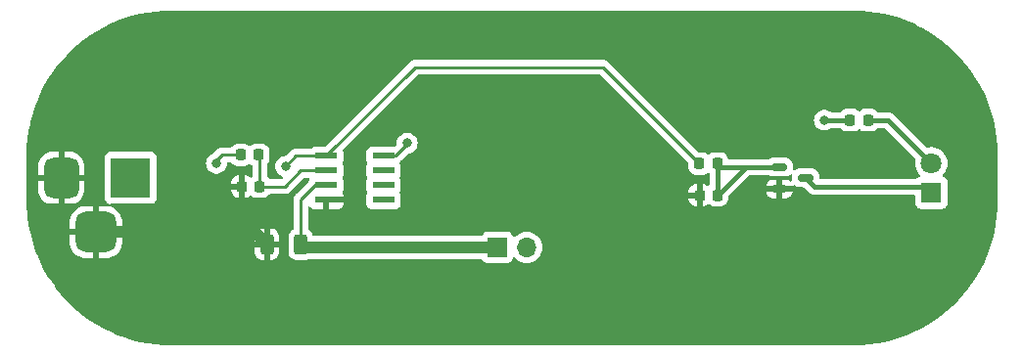
<source format=gbr>
%TF.GenerationSoftware,KiCad,Pcbnew,7.0.10*%
%TF.CreationDate,2024-11-23T20:35:20-08:00*%
%TF.ProjectId,charging-base rev1,63686172-6769-46e6-972d-626173652072,rev?*%
%TF.SameCoordinates,Original*%
%TF.FileFunction,Copper,L1,Top*%
%TF.FilePolarity,Positive*%
%FSLAX46Y46*%
G04 Gerber Fmt 4.6, Leading zero omitted, Abs format (unit mm)*
G04 Created by KiCad (PCBNEW 7.0.10) date 2024-11-23 20:35:20*
%MOMM*%
%LPD*%
G01*
G04 APERTURE LIST*
G04 Aperture macros list*
%AMRoundRect*
0 Rectangle with rounded corners*
0 $1 Rounding radius*
0 $2 $3 $4 $5 $6 $7 $8 $9 X,Y pos of 4 corners*
0 Add a 4 corners polygon primitive as box body*
4,1,4,$2,$3,$4,$5,$6,$7,$8,$9,$2,$3,0*
0 Add four circle primitives for the rounded corners*
1,1,$1+$1,$2,$3*
1,1,$1+$1,$4,$5*
1,1,$1+$1,$6,$7*
1,1,$1+$1,$8,$9*
0 Add four rect primitives between the rounded corners*
20,1,$1+$1,$2,$3,$4,$5,0*
20,1,$1+$1,$4,$5,$6,$7,0*
20,1,$1+$1,$6,$7,$8,$9,0*
20,1,$1+$1,$8,$9,$2,$3,0*%
G04 Aperture macros list end*
%TA.AperFunction,SMDPad,CuDef*%
%ADD10R,1.970000X0.570000*%
%TD*%
%TA.AperFunction,SMDPad,CuDef*%
%ADD11RoundRect,0.250000X-0.312500X-0.625000X0.312500X-0.625000X0.312500X0.625000X-0.312500X0.625000X0*%
%TD*%
%TA.AperFunction,SMDPad,CuDef*%
%ADD12RoundRect,0.225000X0.225000X0.250000X-0.225000X0.250000X-0.225000X-0.250000X0.225000X-0.250000X0*%
%TD*%
%TA.AperFunction,ComponentPad*%
%ADD13R,1.700000X1.700000*%
%TD*%
%TA.AperFunction,ComponentPad*%
%ADD14O,1.700000X1.700000*%
%TD*%
%TA.AperFunction,ComponentPad*%
%ADD15R,3.500000X3.500000*%
%TD*%
%TA.AperFunction,ComponentPad*%
%ADD16RoundRect,0.750000X-0.750000X-1.000000X0.750000X-1.000000X0.750000X1.000000X-0.750000X1.000000X0*%
%TD*%
%TA.AperFunction,ComponentPad*%
%ADD17RoundRect,0.875000X-0.875000X-0.875000X0.875000X-0.875000X0.875000X0.875000X-0.875000X0.875000X0*%
%TD*%
%TA.AperFunction,ComponentPad*%
%ADD18R,1.800000X1.800000*%
%TD*%
%TA.AperFunction,ComponentPad*%
%ADD19C,1.800000*%
%TD*%
%TA.AperFunction,SMDPad,CuDef*%
%ADD20RoundRect,0.225000X-0.225000X-0.250000X0.225000X-0.250000X0.225000X0.250000X-0.225000X0.250000X0*%
%TD*%
%TA.AperFunction,SMDPad,CuDef*%
%ADD21RoundRect,0.150000X-0.512500X-0.150000X0.512500X-0.150000X0.512500X0.150000X-0.512500X0.150000X0*%
%TD*%
%TA.AperFunction,ViaPad*%
%ADD22C,0.800000*%
%TD*%
%TA.AperFunction,Conductor*%
%ADD23C,0.250000*%
%TD*%
%TA.AperFunction,Conductor*%
%ADD24C,0.254000*%
%TD*%
%TA.AperFunction,Conductor*%
%ADD25C,0.381000*%
%TD*%
%TA.AperFunction,Conductor*%
%ADD26C,1.016000*%
%TD*%
G04 APERTURE END LIST*
D10*
%TO.P,U1,8,V+*%
%TO.N,+VDC*%
X138867500Y-98095000D03*
%TO.P,U1,7*%
%TO.N,unconnected-(U1-Pad7)*%
X138867500Y-99365000D03*
%TO.P,U1,6,-*%
%TO.N,unconnected-(U1B---Pad6)*%
X138867500Y-100635000D03*
%TO.P,U1,5,+*%
%TO.N,unconnected-(U1B-+-Pad5)*%
X138867500Y-101905000D03*
%TO.P,U1,4,V-*%
%TO.N,GND*%
X133917500Y-101905000D03*
%TO.P,U1,3,+*%
%TO.N,Net-(J2-Pin_1)*%
X133917500Y-100635000D03*
%TO.P,U1,2,-*%
%TO.N,Net-(U1A--)*%
X133917500Y-99365000D03*
%TO.P,U1,1*%
%TO.N,/output-voltage*%
X133917500Y-98095000D03*
%TD*%
D11*
%TO.P,R3,1*%
%TO.N,GND*%
X128787500Y-105750000D03*
%TO.P,R3,2*%
%TO.N,Net-(J2-Pin_1)*%
X131712500Y-105750000D03*
%TD*%
D12*
%TO.P,R4,1*%
%TO.N,Net-(Q1-G)*%
X167750000Y-101500000D03*
%TO.P,R4,2*%
%TO.N,GND*%
X166200000Y-101500000D03*
%TD*%
D13*
%TO.P,J2,1,Pin_1*%
%TO.N,Net-(J2-Pin_1)*%
X148710000Y-106000000D03*
D14*
%TO.P,J2,2,Pin_2*%
%TO.N,+VDC*%
X151250000Y-106000000D03*
%TD*%
D12*
%TO.P,R2,2*%
%TO.N,/output-voltage*%
X126525000Y-98000000D03*
%TO.P,R2,1*%
%TO.N,Net-(U1A--)*%
X128075000Y-98000000D03*
%TD*%
D15*
%TO.P,J1,1*%
%TO.N,+VDC*%
X117000000Y-100000000D03*
D16*
%TO.P,J1,2*%
%TO.N,GND*%
X111000000Y-100000000D03*
D17*
%TO.P,J1,3*%
X114000000Y-104700000D03*
%TD*%
D18*
%TO.P,D1,1,K*%
%TO.N,Net-(D1-K)*%
X186250000Y-101274999D03*
D19*
%TO.P,D1,2,A*%
%TO.N,Net-(D1-A)*%
X186250000Y-98734999D03*
%TD*%
D12*
%TO.P,R6,1*%
%TO.N,Net-(D1-A)*%
X180775000Y-95000000D03*
%TO.P,R6,2*%
%TO.N,+VDC*%
X179225000Y-95000000D03*
%TD*%
%TO.P,R1,2*%
%TO.N,GND*%
X126617500Y-100750000D03*
%TO.P,R1,1*%
%TO.N,Net-(U1A--)*%
X128167500Y-100750000D03*
%TD*%
D20*
%TO.P,R5,1*%
%TO.N,/output-voltage*%
X166175000Y-98750000D03*
%TO.P,R5,2*%
%TO.N,Net-(Q1-G)*%
X167725000Y-98750000D03*
%TD*%
D21*
%TO.P,Q1,1,D*%
%TO.N,Net-(D1-K)*%
X175387500Y-100000000D03*
%TO.P,Q1,2,G*%
%TO.N,Net-(Q1-G)*%
X173112500Y-99050000D03*
%TO.P,Q1,3,S*%
%TO.N,GND*%
X173112500Y-100950000D03*
%TD*%
D22*
%TO.N,+VDC*%
X140917500Y-97000000D03*
X177000000Y-95000000D03*
%TO.N,/output-voltage*%
X130400000Y-99000000D03*
X124417500Y-98750000D03*
%TD*%
D23*
%TO.N,Net-(J2-Pin_1)*%
X131712500Y-101887500D02*
X131712500Y-105750000D01*
X132965000Y-100635000D02*
X131712500Y-101887500D01*
X133917500Y-100635000D02*
X132965000Y-100635000D01*
D24*
%TO.N,Net-(U1A--)*%
X130350000Y-100750000D02*
X128167500Y-100750000D01*
X133917500Y-99365000D02*
X131735000Y-99365000D01*
X131735000Y-99365000D02*
X130350000Y-100750000D01*
%TO.N,/output-voltage*%
X130400000Y-99000000D02*
X131305000Y-98095000D01*
X131305000Y-98095000D02*
X133917500Y-98095000D01*
X124917500Y-98000000D02*
X126525000Y-98000000D01*
X124417500Y-98500000D02*
X124917500Y-98000000D01*
%TO.N,Net-(U1A--)*%
X128075000Y-98000000D02*
X128167500Y-98092500D01*
X128167500Y-98092500D02*
X128167500Y-100750000D01*
%TO.N,/output-voltage*%
X157825000Y-90400000D02*
X166175000Y-98750000D01*
X133917500Y-98082500D02*
X141600000Y-90400000D01*
X141600000Y-90400000D02*
X157825000Y-90400000D01*
X133917500Y-98095000D02*
X133917500Y-98082500D01*
D23*
%TO.N,+VDC*%
X140917500Y-97082500D02*
X139905000Y-98095000D01*
X139905000Y-98095000D02*
X138867500Y-98095000D01*
X140917500Y-97000000D02*
X140917500Y-97082500D01*
D25*
%TO.N,Net-(D1-K)*%
X175387500Y-100000000D02*
X176137500Y-100750000D01*
X185725001Y-100750000D02*
X186250000Y-101274999D01*
X176137500Y-100750000D02*
X185725001Y-100750000D01*
%TO.N,Net-(D1-A)*%
X180775000Y-95000000D02*
X182515001Y-95000000D01*
X182515001Y-95000000D02*
X186250000Y-98734999D01*
%TO.N,+VDC*%
X179225000Y-95000000D02*
X177000000Y-95000000D01*
D26*
%TO.N,GND*%
X128787500Y-105750000D02*
X127737500Y-104700000D01*
X127737500Y-104700000D02*
X114000000Y-104700000D01*
%TO.N,Net-(J2-Pin_1)*%
X131962500Y-106000000D02*
X131712500Y-105750000D01*
X148710000Y-106000000D02*
X131962500Y-106000000D01*
D25*
%TO.N,Net-(Q1-G)*%
X167750000Y-98775000D02*
X167725000Y-98750000D01*
X170200000Y-99050000D02*
X167750000Y-101500000D01*
X173112500Y-99050000D02*
X170200000Y-99050000D01*
X167750000Y-101500000D02*
X167750000Y-98775000D01*
X168025000Y-99050000D02*
X173112500Y-99050000D01*
X167725000Y-98750000D02*
X168025000Y-99050000D01*
%TD*%
%TA.AperFunction,Conductor*%
%TO.N,GND*%
G36*
X179424495Y-85508489D02*
G01*
X179424632Y-85508500D01*
X179433054Y-85508500D01*
X179497545Y-85508500D01*
X179498313Y-85508500D01*
X179501671Y-85508545D01*
X180172932Y-85526729D01*
X180179623Y-85527092D01*
X180847229Y-85581454D01*
X180853884Y-85582177D01*
X181517608Y-85672607D01*
X181524180Y-85673685D01*
X182181999Y-85799910D01*
X182188539Y-85801349D01*
X182838591Y-85963009D01*
X182845029Y-85964797D01*
X183485355Y-86161408D01*
X183491685Y-86163540D01*
X184120441Y-86394533D01*
X184126656Y-86397010D01*
X184741971Y-86661699D01*
X184748045Y-86664509D01*
X185133882Y-86855867D01*
X185348121Y-86962120D01*
X185354022Y-86965248D01*
X185937150Y-87294934D01*
X185942861Y-87298371D01*
X186507257Y-87659126D01*
X186512775Y-87662867D01*
X186842872Y-87899976D01*
X187056805Y-88053644D01*
X187062151Y-88057708D01*
X187584194Y-88477337D01*
X187589313Y-88481684D01*
X188087908Y-88928994D01*
X188092783Y-88933613D01*
X188566385Y-89407215D01*
X188571004Y-89412090D01*
X189018314Y-89910685D01*
X189022661Y-89915804D01*
X189442290Y-90437847D01*
X189446354Y-90443193D01*
X189683137Y-90772836D01*
X189837126Y-90987215D01*
X189840878Y-90992750D01*
X190135985Y-91454441D01*
X190201622Y-91557129D01*
X190205084Y-91562883D01*
X190534733Y-92145944D01*
X190537879Y-92151877D01*
X190835484Y-92751943D01*
X190838304Y-92758038D01*
X191102984Y-93373330D01*
X191105470Y-93379569D01*
X191336453Y-94008296D01*
X191338597Y-94014660D01*
X191535197Y-94654953D01*
X191536994Y-94661424D01*
X191698648Y-95311450D01*
X191700091Y-95318009D01*
X191826308Y-95975791D01*
X191827395Y-95982418D01*
X191917820Y-96646103D01*
X191918546Y-96652779D01*
X191972906Y-97320368D01*
X191973270Y-97327074D01*
X191991455Y-97998338D01*
X191991500Y-98001696D01*
X191991500Y-101998303D01*
X191991455Y-102001661D01*
X191973270Y-102672925D01*
X191972906Y-102679631D01*
X191918546Y-103347220D01*
X191917820Y-103353896D01*
X191827396Y-104017581D01*
X191826309Y-104024208D01*
X191700091Y-104681990D01*
X191698648Y-104688549D01*
X191536994Y-105338575D01*
X191535197Y-105345046D01*
X191338597Y-105985339D01*
X191336453Y-105991703D01*
X191105470Y-106620430D01*
X191102984Y-106626669D01*
X190838304Y-107241961D01*
X190835484Y-107248056D01*
X190537879Y-107848122D01*
X190534733Y-107854055D01*
X190205084Y-108437116D01*
X190201622Y-108442870D01*
X189840895Y-109007223D01*
X189837126Y-109012782D01*
X189446346Y-109556818D01*
X189442282Y-109562164D01*
X189022661Y-110084195D01*
X189018314Y-110089314D01*
X188571005Y-110587909D01*
X188566386Y-110592784D01*
X188092784Y-111066386D01*
X188087909Y-111071005D01*
X187589314Y-111518314D01*
X187584195Y-111522661D01*
X187062164Y-111942282D01*
X187056818Y-111946346D01*
X186512782Y-112337126D01*
X186507223Y-112340895D01*
X185942870Y-112701622D01*
X185937116Y-112705084D01*
X185354055Y-113034733D01*
X185348122Y-113037879D01*
X184748056Y-113335484D01*
X184741961Y-113338304D01*
X184126669Y-113602984D01*
X184120430Y-113605470D01*
X183491703Y-113836453D01*
X183485339Y-113838597D01*
X182845046Y-114035197D01*
X182838575Y-114036994D01*
X182188549Y-114198648D01*
X182181990Y-114200091D01*
X181524208Y-114326309D01*
X181517581Y-114327396D01*
X180853896Y-114417820D01*
X180847220Y-114418546D01*
X180179631Y-114472906D01*
X180172925Y-114473270D01*
X179501661Y-114491455D01*
X179498303Y-114491500D01*
X120501698Y-114491500D01*
X120498340Y-114491455D01*
X119827075Y-114473270D01*
X119820369Y-114472906D01*
X119152780Y-114418546D01*
X119146104Y-114417820D01*
X118482419Y-114327396D01*
X118475792Y-114326309D01*
X117818010Y-114200091D01*
X117811451Y-114198648D01*
X117161425Y-114036994D01*
X117154954Y-114035197D01*
X116514661Y-113838597D01*
X116508297Y-113836453D01*
X115879570Y-113605470D01*
X115873331Y-113602984D01*
X115258039Y-113338305D01*
X115251944Y-113335485D01*
X114651878Y-113037879D01*
X114645964Y-113034744D01*
X114062860Y-112705072D01*
X114057130Y-112701623D01*
X113492776Y-112340895D01*
X113492751Y-112340878D01*
X113487216Y-112337126D01*
X113273271Y-112183450D01*
X112943194Y-111946355D01*
X112937848Y-111942291D01*
X112415805Y-111522662D01*
X112410686Y-111518315D01*
X111912091Y-111071005D01*
X111907216Y-111066386D01*
X111433614Y-110592784D01*
X111428995Y-110587909D01*
X110981685Y-110089314D01*
X110977338Y-110084195D01*
X110557709Y-109562152D01*
X110553645Y-109556806D01*
X110399664Y-109342439D01*
X110162867Y-109012776D01*
X110159126Y-109007258D01*
X109798372Y-108442863D01*
X109794915Y-108437116D01*
X109465266Y-107854055D01*
X109462120Y-107848122D01*
X109217881Y-107355659D01*
X109164510Y-107248046D01*
X109161695Y-107241961D01*
X109146890Y-107207544D01*
X108897010Y-106626657D01*
X108894529Y-106620430D01*
X108860498Y-106527799D01*
X108663540Y-105991686D01*
X108661408Y-105985356D01*
X108464797Y-105345030D01*
X108463009Y-105338592D01*
X108301349Y-104688540D01*
X108299908Y-104681990D01*
X108296636Y-104664936D01*
X108255393Y-104450000D01*
X111750000Y-104450000D01*
X112566314Y-104450000D01*
X112540507Y-104490156D01*
X112500000Y-104628111D01*
X112500000Y-104771889D01*
X112540507Y-104909844D01*
X112566314Y-104950000D01*
X111750001Y-104950000D01*
X111750001Y-105668588D01*
X111752794Y-105721191D01*
X111797237Y-105950987D01*
X111879879Y-106169975D01*
X111998339Y-106371841D01*
X111998344Y-106371848D01*
X112149211Y-106550786D01*
X112149213Y-106550788D01*
X112328151Y-106701655D01*
X112328158Y-106701660D01*
X112530024Y-106820120D01*
X112749012Y-106902762D01*
X112978809Y-106947205D01*
X113031382Y-106949998D01*
X113031421Y-106949999D01*
X113749999Y-106949999D01*
X113750000Y-106949998D01*
X113750000Y-105200000D01*
X114250000Y-105200000D01*
X114250000Y-106949999D01*
X114968576Y-106949999D01*
X114968588Y-106949998D01*
X115021191Y-106947205D01*
X115250987Y-106902762D01*
X115469975Y-106820120D01*
X115671841Y-106701660D01*
X115671848Y-106701655D01*
X115850786Y-106550788D01*
X115850788Y-106550786D01*
X116001655Y-106371848D01*
X116001660Y-106371841D01*
X116120120Y-106169975D01*
X116184265Y-106000000D01*
X127725001Y-106000000D01*
X127725001Y-106424986D01*
X127735494Y-106527697D01*
X127790641Y-106694119D01*
X127790643Y-106694124D01*
X127882684Y-106843345D01*
X128006654Y-106967315D01*
X128155875Y-107059356D01*
X128155880Y-107059358D01*
X128322302Y-107114505D01*
X128322309Y-107114506D01*
X128425019Y-107124999D01*
X128537499Y-107124999D01*
X128537500Y-107124998D01*
X128537500Y-106000000D01*
X129037500Y-106000000D01*
X129037500Y-107124999D01*
X129149972Y-107124999D01*
X129149986Y-107124998D01*
X129252697Y-107114505D01*
X129419119Y-107059358D01*
X129419124Y-107059356D01*
X129568345Y-106967315D01*
X129692315Y-106843345D01*
X129784356Y-106694124D01*
X129784358Y-106694119D01*
X129839505Y-106527697D01*
X129839506Y-106527690D01*
X129849999Y-106424986D01*
X129850000Y-106424973D01*
X129850000Y-106000000D01*
X129037500Y-106000000D01*
X128537500Y-106000000D01*
X127725001Y-106000000D01*
X116184265Y-106000000D01*
X116202762Y-105950987D01*
X116247205Y-105721191D01*
X116247205Y-105721190D01*
X116249998Y-105668617D01*
X116250000Y-105668578D01*
X116250000Y-105500000D01*
X127725000Y-105500000D01*
X128537500Y-105500000D01*
X128537500Y-104375000D01*
X129037500Y-104375000D01*
X129037500Y-105500000D01*
X129849999Y-105500000D01*
X129849999Y-105075028D01*
X129849998Y-105075013D01*
X129839505Y-104972302D01*
X129784358Y-104805880D01*
X129784356Y-104805875D01*
X129692315Y-104656654D01*
X129568345Y-104532684D01*
X129419124Y-104440643D01*
X129419119Y-104440641D01*
X129252697Y-104385494D01*
X129252690Y-104385493D01*
X129149986Y-104375000D01*
X129037500Y-104375000D01*
X128537500Y-104375000D01*
X128425027Y-104375000D01*
X128425012Y-104375001D01*
X128322302Y-104385494D01*
X128155880Y-104440641D01*
X128155875Y-104440643D01*
X128006654Y-104532684D01*
X127882684Y-104656654D01*
X127790643Y-104805875D01*
X127790641Y-104805880D01*
X127735494Y-104972302D01*
X127735493Y-104972309D01*
X127725000Y-105075013D01*
X127725000Y-105500000D01*
X116250000Y-105500000D01*
X116250000Y-104950000D01*
X115433686Y-104950000D01*
X115459493Y-104909844D01*
X115500000Y-104771889D01*
X115500000Y-104628111D01*
X115459493Y-104490156D01*
X115433686Y-104450000D01*
X116249999Y-104450000D01*
X116249999Y-103731423D01*
X116249998Y-103731411D01*
X116247205Y-103678808D01*
X116202762Y-103449012D01*
X116120120Y-103230024D01*
X116001660Y-103028158D01*
X116001655Y-103028151D01*
X115850788Y-102849213D01*
X115850786Y-102849211D01*
X115671848Y-102698344D01*
X115671841Y-102698339D01*
X115469975Y-102579879D01*
X115250984Y-102497236D01*
X115245840Y-102496241D01*
X115183760Y-102464180D01*
X115148869Y-102403646D01*
X115152244Y-102333858D01*
X115192814Y-102276973D01*
X115257697Y-102251052D01*
X115269374Y-102250499D01*
X118797872Y-102250499D01*
X118857483Y-102244091D01*
X118992331Y-102193796D01*
X119107546Y-102107546D01*
X119193796Y-101992331D01*
X119244091Y-101857483D01*
X119250500Y-101797873D01*
X119250500Y-101000000D01*
X125667501Y-101000000D01*
X125667501Y-101048322D01*
X125677644Y-101147607D01*
X125730952Y-101308481D01*
X125730957Y-101308492D01*
X125819924Y-101452728D01*
X125819927Y-101452732D01*
X125939767Y-101572572D01*
X125939771Y-101572575D01*
X126084007Y-101661542D01*
X126084018Y-101661547D01*
X126244893Y-101714855D01*
X126344183Y-101724999D01*
X126367500Y-101724998D01*
X126367500Y-101000000D01*
X125667501Y-101000000D01*
X119250500Y-101000000D01*
X119250500Y-100500000D01*
X125667500Y-100500000D01*
X126367500Y-100500000D01*
X126367500Y-99774999D01*
X126344193Y-99775000D01*
X126344174Y-99775001D01*
X126244892Y-99785144D01*
X126084018Y-99838452D01*
X126084007Y-99838457D01*
X125939771Y-99927424D01*
X125939767Y-99927427D01*
X125819927Y-100047267D01*
X125819924Y-100047271D01*
X125730957Y-100191507D01*
X125730952Y-100191518D01*
X125677644Y-100352393D01*
X125667500Y-100451677D01*
X125667500Y-100500000D01*
X119250500Y-100500000D01*
X119250499Y-98750000D01*
X123512040Y-98750000D01*
X123531826Y-98938256D01*
X123531827Y-98938259D01*
X123590318Y-99118277D01*
X123590321Y-99118284D01*
X123684967Y-99282216D01*
X123794484Y-99403847D01*
X123811629Y-99422888D01*
X123964765Y-99534148D01*
X123964770Y-99534151D01*
X124137692Y-99611142D01*
X124137697Y-99611144D01*
X124322854Y-99650500D01*
X124322855Y-99650500D01*
X124512144Y-99650500D01*
X124512146Y-99650500D01*
X124697303Y-99611144D01*
X124870230Y-99534151D01*
X125023371Y-99422888D01*
X125150033Y-99282216D01*
X125244679Y-99118284D01*
X125303174Y-98938256D01*
X125322960Y-98750000D01*
X125322959Y-98749998D01*
X125323639Y-98743537D01*
X125325248Y-98743706D01*
X125342645Y-98684461D01*
X125395449Y-98638706D01*
X125446960Y-98627500D01*
X125611229Y-98627500D01*
X125678268Y-98647185D01*
X125716767Y-98686402D01*
X125727031Y-98703043D01*
X125846955Y-98822967D01*
X125846959Y-98822970D01*
X125991294Y-98911998D01*
X125991297Y-98911999D01*
X125991303Y-98912003D01*
X126152292Y-98965349D01*
X126251655Y-98975500D01*
X126798344Y-98975499D01*
X126798352Y-98975498D01*
X126798355Y-98975498D01*
X126852760Y-98969940D01*
X126897708Y-98965349D01*
X127058697Y-98912003D01*
X127203044Y-98822968D01*
X127212319Y-98813693D01*
X127273642Y-98780208D01*
X127343334Y-98785192D01*
X127387681Y-98813693D01*
X127396956Y-98822968D01*
X127481099Y-98874868D01*
X127527821Y-98926814D01*
X127540000Y-98980405D01*
X127540000Y-99827034D01*
X127520315Y-99894073D01*
X127492912Y-99924299D01*
X127489455Y-99927032D01*
X127479824Y-99936663D01*
X127418500Y-99970146D01*
X127348808Y-99965159D01*
X127304465Y-99936660D01*
X127295232Y-99927427D01*
X127295228Y-99927424D01*
X127150992Y-99838457D01*
X127150981Y-99838452D01*
X126990106Y-99785144D01*
X126890822Y-99775000D01*
X126867500Y-99775000D01*
X126867500Y-101724999D01*
X126890808Y-101724999D01*
X126890822Y-101724998D01*
X126990107Y-101714855D01*
X127150981Y-101661547D01*
X127150992Y-101661542D01*
X127295231Y-101572573D01*
X127304459Y-101563345D01*
X127365779Y-101529856D01*
X127435471Y-101534835D01*
X127479827Y-101563339D01*
X127489455Y-101572967D01*
X127489459Y-101572970D01*
X127633794Y-101661998D01*
X127633797Y-101661999D01*
X127633803Y-101662003D01*
X127794792Y-101715349D01*
X127894155Y-101725500D01*
X128440844Y-101725499D01*
X128440852Y-101725498D01*
X128440855Y-101725498D01*
X128495260Y-101719940D01*
X128540208Y-101715349D01*
X128701197Y-101662003D01*
X128845544Y-101572968D01*
X128965468Y-101453044D01*
X128975733Y-101436402D01*
X129027681Y-101389678D01*
X129081271Y-101377500D01*
X130267033Y-101377500D01*
X130282681Y-101379227D01*
X130282708Y-101378946D01*
X130290475Y-101379680D01*
X130290476Y-101379679D01*
X130290477Y-101379680D01*
X130354418Y-101377671D01*
X130357919Y-101377561D01*
X130361813Y-101377500D01*
X130389472Y-101377500D01*
X130389476Y-101377500D01*
X130393474Y-101376994D01*
X130405114Y-101376077D01*
X130448943Y-101374701D01*
X130468272Y-101369084D01*
X130487328Y-101365137D01*
X130507293Y-101362616D01*
X130548055Y-101346476D01*
X130559092Y-101342698D01*
X130601191Y-101330468D01*
X130618515Y-101320221D01*
X130635983Y-101311663D01*
X130654703Y-101304253D01*
X130690177Y-101278478D01*
X130699915Y-101272081D01*
X130737656Y-101249763D01*
X130751897Y-101235520D01*
X130766678Y-101222897D01*
X130782967Y-101211063D01*
X130810904Y-101177290D01*
X130818756Y-101168661D01*
X131958600Y-100028819D01*
X132019923Y-99995334D01*
X132046281Y-99992500D01*
X132353066Y-99992500D01*
X132420105Y-100012185D01*
X132465860Y-100064989D01*
X132475804Y-100134147D01*
X132469248Y-100159832D01*
X132438408Y-100242517D01*
X132436624Y-100250069D01*
X132434049Y-100249460D01*
X132412170Y-100302238D01*
X132403322Y-100312085D01*
X131328708Y-101386699D01*
X131316451Y-101396520D01*
X131316634Y-101396741D01*
X131310622Y-101401714D01*
X131264598Y-101450723D01*
X131261891Y-101453516D01*
X131242389Y-101473017D01*
X131242375Y-101473034D01*
X131239907Y-101476215D01*
X131232343Y-101485070D01*
X131202437Y-101516918D01*
X131202436Y-101516920D01*
X131192784Y-101534476D01*
X131182110Y-101550726D01*
X131169829Y-101566561D01*
X131169824Y-101566568D01*
X131152475Y-101606658D01*
X131147338Y-101617142D01*
X131146112Y-101619374D01*
X131126303Y-101655406D01*
X131121322Y-101674807D01*
X131115021Y-101693210D01*
X131107062Y-101711602D01*
X131107061Y-101711605D01*
X131100228Y-101754743D01*
X131097860Y-101766174D01*
X131087001Y-101808471D01*
X131087000Y-101808482D01*
X131087000Y-101828516D01*
X131085473Y-101847915D01*
X131082340Y-101867694D01*
X131082340Y-101867695D01*
X131086450Y-101911174D01*
X131087000Y-101922843D01*
X131087000Y-104367072D01*
X131067315Y-104434111D01*
X131028098Y-104472609D01*
X130968555Y-104509336D01*
X130931342Y-104532289D01*
X130807289Y-104656342D01*
X130715187Y-104805663D01*
X130715185Y-104805668D01*
X130708459Y-104825967D01*
X130660001Y-104972203D01*
X130660001Y-104972204D01*
X130660000Y-104972204D01*
X130649500Y-105074983D01*
X130649500Y-106425001D01*
X130649501Y-106425018D01*
X130660000Y-106527796D01*
X130660001Y-106527799D01*
X130715185Y-106694331D01*
X130715187Y-106694336D01*
X130750069Y-106750888D01*
X130807288Y-106843656D01*
X130931344Y-106967712D01*
X131080666Y-107059814D01*
X131247203Y-107114999D01*
X131349991Y-107125500D01*
X132075008Y-107125499D01*
X132075016Y-107125498D01*
X132075019Y-107125498D01*
X132131302Y-107119748D01*
X132177797Y-107114999D01*
X132344334Y-107059814D01*
X132378901Y-107038493D01*
X132397598Y-107026961D01*
X132462694Y-107008500D01*
X147298842Y-107008500D01*
X147365881Y-107028185D01*
X147411636Y-107080989D01*
X147415026Y-107089172D01*
X147416204Y-107092331D01*
X147416206Y-107092335D01*
X147502452Y-107207544D01*
X147502455Y-107207547D01*
X147617664Y-107293793D01*
X147617671Y-107293797D01*
X147752517Y-107344091D01*
X147752516Y-107344091D01*
X147759444Y-107344835D01*
X147812127Y-107350500D01*
X149607872Y-107350499D01*
X149667483Y-107344091D01*
X149802331Y-107293796D01*
X149917546Y-107207546D01*
X150003796Y-107092331D01*
X150052810Y-106960916D01*
X150094681Y-106904984D01*
X150160145Y-106880566D01*
X150228418Y-106895417D01*
X150256673Y-106916569D01*
X150378599Y-107038495D01*
X150475384Y-107106265D01*
X150572165Y-107174032D01*
X150572167Y-107174033D01*
X150572170Y-107174035D01*
X150786337Y-107273903D01*
X151014592Y-107335063D01*
X151191034Y-107350500D01*
X151249999Y-107355659D01*
X151250000Y-107355659D01*
X151250001Y-107355659D01*
X151308966Y-107350500D01*
X151485408Y-107335063D01*
X151713663Y-107273903D01*
X151927830Y-107174035D01*
X152121401Y-107038495D01*
X152288495Y-106871401D01*
X152424035Y-106677830D01*
X152523903Y-106463663D01*
X152585063Y-106235408D01*
X152605659Y-106000000D01*
X152585063Y-105764592D01*
X152523903Y-105536337D01*
X152424035Y-105322171D01*
X152338491Y-105200000D01*
X152288494Y-105128597D01*
X152121402Y-104961506D01*
X152121395Y-104961501D01*
X151927834Y-104825967D01*
X151927830Y-104825965D01*
X151927828Y-104825964D01*
X151713663Y-104726097D01*
X151713659Y-104726096D01*
X151713655Y-104726094D01*
X151485413Y-104664938D01*
X151485403Y-104664936D01*
X151250001Y-104644341D01*
X151249999Y-104644341D01*
X151014596Y-104664936D01*
X151014586Y-104664938D01*
X150786344Y-104726094D01*
X150786335Y-104726098D01*
X150572171Y-104825964D01*
X150572169Y-104825965D01*
X150378600Y-104961503D01*
X150256673Y-105083430D01*
X150195350Y-105116914D01*
X150125658Y-105111930D01*
X150069725Y-105070058D01*
X150052810Y-105039081D01*
X150003797Y-104907671D01*
X150003793Y-104907664D01*
X149917547Y-104792455D01*
X149917544Y-104792452D01*
X149802335Y-104706206D01*
X149802328Y-104706202D01*
X149667482Y-104655908D01*
X149667483Y-104655908D01*
X149607883Y-104649501D01*
X149607881Y-104649500D01*
X149607873Y-104649500D01*
X149607864Y-104649500D01*
X147812129Y-104649500D01*
X147812123Y-104649501D01*
X147752516Y-104655908D01*
X147617671Y-104706202D01*
X147617664Y-104706206D01*
X147502455Y-104792452D01*
X147502452Y-104792455D01*
X147416206Y-104907664D01*
X147416204Y-104907668D01*
X147415026Y-104910828D01*
X147413003Y-104913529D01*
X147411953Y-104915454D01*
X147411676Y-104915302D01*
X147373157Y-104966764D01*
X147307694Y-104991184D01*
X147298842Y-104991500D01*
X132860934Y-104991500D01*
X132793895Y-104971815D01*
X132748140Y-104919011D01*
X132743228Y-104906504D01*
X132709814Y-104805666D01*
X132617712Y-104656344D01*
X132493656Y-104532288D01*
X132396902Y-104472610D01*
X132350179Y-104420663D01*
X132338000Y-104367072D01*
X132338000Y-102602738D01*
X132357685Y-102535699D01*
X132410489Y-102489944D01*
X132479647Y-102480000D01*
X132543203Y-102509025D01*
X132561268Y-102528428D01*
X132575314Y-102547191D01*
X132690406Y-102633350D01*
X132690413Y-102633354D01*
X132825120Y-102683596D01*
X132825127Y-102683598D01*
X132884655Y-102689999D01*
X132884672Y-102690000D01*
X133667500Y-102690000D01*
X133667500Y-102155000D01*
X134167500Y-102155000D01*
X134167500Y-102690000D01*
X134950328Y-102690000D01*
X134950344Y-102689999D01*
X135009872Y-102683598D01*
X135009879Y-102683596D01*
X135144586Y-102633354D01*
X135144593Y-102633350D01*
X135259687Y-102547190D01*
X135259690Y-102547187D01*
X135345850Y-102432093D01*
X135345854Y-102432086D01*
X135396096Y-102297379D01*
X135396098Y-102297372D01*
X135402496Y-102237870D01*
X137382000Y-102237870D01*
X137382001Y-102237876D01*
X137388408Y-102297483D01*
X137438702Y-102432328D01*
X137438706Y-102432335D01*
X137524952Y-102547544D01*
X137524955Y-102547547D01*
X137640164Y-102633793D01*
X137640171Y-102633797D01*
X137775017Y-102684091D01*
X137775016Y-102684091D01*
X137781944Y-102684835D01*
X137834627Y-102690500D01*
X139900372Y-102690499D01*
X139959983Y-102684091D01*
X140094831Y-102633796D01*
X140210046Y-102547546D01*
X140296296Y-102432331D01*
X140346591Y-102297483D01*
X140353000Y-102237873D01*
X140352999Y-101750000D01*
X165250001Y-101750000D01*
X165250001Y-101798322D01*
X165260144Y-101897607D01*
X165313452Y-102058481D01*
X165313457Y-102058492D01*
X165402424Y-102202728D01*
X165402427Y-102202732D01*
X165522267Y-102322572D01*
X165522271Y-102322575D01*
X165666507Y-102411542D01*
X165666518Y-102411547D01*
X165827393Y-102464855D01*
X165926683Y-102474999D01*
X165950000Y-102474998D01*
X165950000Y-101750000D01*
X165250001Y-101750000D01*
X140352999Y-101750000D01*
X140352999Y-101572128D01*
X140347064Y-101516918D01*
X140346591Y-101512516D01*
X140296297Y-101377670D01*
X140286914Y-101365137D01*
X140271323Y-101344310D01*
X140246906Y-101278849D01*
X140253181Y-101250000D01*
X165250000Y-101250000D01*
X165950000Y-101250000D01*
X165950000Y-100524999D01*
X165926693Y-100525000D01*
X165926674Y-100525001D01*
X165827392Y-100535144D01*
X165666518Y-100588452D01*
X165666507Y-100588457D01*
X165522271Y-100677424D01*
X165522267Y-100677427D01*
X165402427Y-100797267D01*
X165402424Y-100797271D01*
X165313457Y-100941507D01*
X165313452Y-100941518D01*
X165260144Y-101102393D01*
X165250000Y-101201677D01*
X165250000Y-101250000D01*
X140253181Y-101250000D01*
X140261757Y-101210575D01*
X140271323Y-101195690D01*
X140296296Y-101162331D01*
X140303762Y-101142315D01*
X140318689Y-101102292D01*
X140346591Y-101027483D01*
X140353000Y-100967873D01*
X140352999Y-100302128D01*
X140346591Y-100242517D01*
X140330255Y-100198717D01*
X140296297Y-100107670D01*
X140280209Y-100086180D01*
X140271323Y-100074310D01*
X140246906Y-100008849D01*
X140261757Y-99940575D01*
X140271323Y-99925690D01*
X140296296Y-99892331D01*
X140300557Y-99880908D01*
X140312981Y-99847597D01*
X140346591Y-99757483D01*
X140353000Y-99697873D01*
X140352999Y-99032128D01*
X140346912Y-98975499D01*
X140346591Y-98972516D01*
X140296297Y-98837670D01*
X140276885Y-98811740D01*
X140271323Y-98804310D01*
X140246906Y-98738849D01*
X140261757Y-98670575D01*
X140271322Y-98655690D01*
X140296296Y-98622331D01*
X140303316Y-98603507D01*
X140331764Y-98560732D01*
X140331613Y-98560607D01*
X140332810Y-98559159D01*
X140334617Y-98556443D01*
X140336576Y-98554601D01*
X140336587Y-98554594D01*
X140364427Y-98520939D01*
X140372279Y-98512309D01*
X140950546Y-97934043D01*
X141011868Y-97900560D01*
X141012327Y-97900461D01*
X141197303Y-97861144D01*
X141370230Y-97784151D01*
X141523371Y-97672888D01*
X141650033Y-97532216D01*
X141744679Y-97368284D01*
X141803174Y-97188256D01*
X141822960Y-97000000D01*
X141803174Y-96811744D01*
X141744679Y-96631716D01*
X141650033Y-96467784D01*
X141523371Y-96327112D01*
X141523370Y-96327111D01*
X141370234Y-96215851D01*
X141370229Y-96215848D01*
X141197307Y-96138857D01*
X141197302Y-96138855D01*
X141051501Y-96107865D01*
X141012146Y-96099500D01*
X140822854Y-96099500D01*
X140790397Y-96106398D01*
X140637697Y-96138855D01*
X140637692Y-96138857D01*
X140464770Y-96215848D01*
X140464765Y-96215851D01*
X140311629Y-96327111D01*
X140184966Y-96467785D01*
X140090321Y-96631715D01*
X140090318Y-96631722D01*
X140031827Y-96811740D01*
X140031826Y-96811744D01*
X140019170Y-96932160D01*
X140012040Y-97000001D01*
X140015688Y-97034720D01*
X140003117Y-97103450D01*
X139980048Y-97135359D01*
X139842226Y-97273181D01*
X139780903Y-97306666D01*
X139754545Y-97309500D01*
X137834629Y-97309500D01*
X137834623Y-97309501D01*
X137775016Y-97315908D01*
X137640171Y-97366202D01*
X137640164Y-97366206D01*
X137524955Y-97452452D01*
X137524952Y-97452455D01*
X137438706Y-97567664D01*
X137438702Y-97567671D01*
X137388410Y-97702513D01*
X137388409Y-97702517D01*
X137382000Y-97762127D01*
X137382000Y-97762134D01*
X137382000Y-97762135D01*
X137382000Y-98427870D01*
X137382001Y-98427876D01*
X137388408Y-98487483D01*
X137438702Y-98622328D01*
X137438703Y-98622330D01*
X137463676Y-98655690D01*
X137488092Y-98721155D01*
X137473240Y-98789428D01*
X137463676Y-98804310D01*
X137438703Y-98837669D01*
X137438702Y-98837671D01*
X137391082Y-98965349D01*
X137388409Y-98972517D01*
X137382000Y-99032127D01*
X137382000Y-99032134D01*
X137382000Y-99032135D01*
X137382000Y-99697870D01*
X137382001Y-99697876D01*
X137388408Y-99757483D01*
X137438702Y-99892328D01*
X137438703Y-99892330D01*
X137463676Y-99925690D01*
X137488092Y-99991155D01*
X137473240Y-100059428D01*
X137463676Y-100074310D01*
X137438703Y-100107669D01*
X137438702Y-100107671D01*
X137404745Y-100198717D01*
X137388409Y-100242517D01*
X137382000Y-100302127D01*
X137382000Y-100302134D01*
X137382000Y-100302135D01*
X137382000Y-100967870D01*
X137382001Y-100967876D01*
X137388408Y-101027483D01*
X137438702Y-101162328D01*
X137438703Y-101162330D01*
X137463676Y-101195690D01*
X137488092Y-101261155D01*
X137473240Y-101329428D01*
X137463676Y-101344310D01*
X137438703Y-101377669D01*
X137438702Y-101377671D01*
X137392495Y-101501561D01*
X137388409Y-101512517D01*
X137382000Y-101572127D01*
X137382000Y-101572134D01*
X137382000Y-101572135D01*
X137382000Y-102237870D01*
X135402496Y-102237870D01*
X135402499Y-102237844D01*
X135402500Y-102237827D01*
X135402500Y-102155000D01*
X134167500Y-102155000D01*
X133667500Y-102155000D01*
X133667500Y-101779000D01*
X133687185Y-101711961D01*
X133739989Y-101666206D01*
X133791500Y-101655000D01*
X135402500Y-101655000D01*
X135402500Y-101572172D01*
X135402499Y-101572155D01*
X135396098Y-101512627D01*
X135396096Y-101512620D01*
X135345854Y-101377913D01*
X135345852Y-101377910D01*
X135321012Y-101344728D01*
X135296594Y-101279264D01*
X135311445Y-101210990D01*
X135321005Y-101196114D01*
X135346296Y-101162331D01*
X135353762Y-101142315D01*
X135368689Y-101102292D01*
X135396591Y-101027483D01*
X135403000Y-100967873D01*
X135402999Y-100302128D01*
X135396591Y-100242517D01*
X135380255Y-100198717D01*
X135346297Y-100107670D01*
X135330209Y-100086180D01*
X135321323Y-100074310D01*
X135296906Y-100008849D01*
X135311757Y-99940575D01*
X135321323Y-99925690D01*
X135346296Y-99892331D01*
X135350557Y-99880908D01*
X135362981Y-99847597D01*
X135396591Y-99757483D01*
X135403000Y-99697873D01*
X135402999Y-99032128D01*
X135396912Y-98975499D01*
X135396591Y-98972516D01*
X135346297Y-98837670D01*
X135326885Y-98811740D01*
X135321323Y-98804310D01*
X135296906Y-98738849D01*
X135311757Y-98670575D01*
X135321323Y-98655690D01*
X135346296Y-98622331D01*
X135396591Y-98487483D01*
X135403000Y-98427873D01*
X135402999Y-97762128D01*
X135396591Y-97702517D01*
X135366931Y-97622996D01*
X135361948Y-97553307D01*
X135395431Y-97491986D01*
X141823600Y-91063819D01*
X141884923Y-91030334D01*
X141911281Y-91027500D01*
X157513719Y-91027500D01*
X157580758Y-91047185D01*
X157601400Y-91063819D01*
X165188181Y-98650600D01*
X165221666Y-98711923D01*
X165224500Y-98738281D01*
X165224500Y-99048336D01*
X165224501Y-99048355D01*
X165234650Y-99147707D01*
X165234651Y-99147710D01*
X165287996Y-99308694D01*
X165288001Y-99308705D01*
X165377029Y-99453040D01*
X165377032Y-99453044D01*
X165496955Y-99572967D01*
X165496959Y-99572970D01*
X165641294Y-99661998D01*
X165641297Y-99661999D01*
X165641303Y-99662003D01*
X165802292Y-99715349D01*
X165901655Y-99725500D01*
X166448344Y-99725499D01*
X166448352Y-99725498D01*
X166448355Y-99725498D01*
X166520963Y-99718081D01*
X166547708Y-99715349D01*
X166708697Y-99662003D01*
X166853044Y-99572968D01*
X166853051Y-99572960D01*
X166858085Y-99568981D01*
X166922879Y-99542838D01*
X166991522Y-99555875D01*
X167042219Y-99603954D01*
X167059000Y-99666244D01*
X167059000Y-100567059D01*
X167039315Y-100634098D01*
X166986511Y-100679853D01*
X166917353Y-100689797D01*
X166869903Y-100672597D01*
X166733492Y-100588457D01*
X166733481Y-100588452D01*
X166572606Y-100535144D01*
X166473322Y-100525000D01*
X166450000Y-100525000D01*
X166450000Y-102474999D01*
X166473308Y-102474999D01*
X166473322Y-102474998D01*
X166572607Y-102464855D01*
X166733481Y-102411547D01*
X166733492Y-102411542D01*
X166877731Y-102322573D01*
X166886959Y-102313345D01*
X166948279Y-102279856D01*
X167017971Y-102284835D01*
X167062327Y-102313339D01*
X167071955Y-102322967D01*
X167071959Y-102322970D01*
X167216294Y-102411998D01*
X167216297Y-102411999D01*
X167216303Y-102412003D01*
X167377292Y-102465349D01*
X167476655Y-102475500D01*
X168023344Y-102475499D01*
X168023352Y-102475498D01*
X168023355Y-102475498D01*
X168077760Y-102469940D01*
X168122708Y-102465349D01*
X168283697Y-102412003D01*
X168428044Y-102322968D01*
X168547968Y-102203044D01*
X168637003Y-102058697D01*
X168690349Y-101897708D01*
X168700500Y-101798345D01*
X168700499Y-101578083D01*
X168720183Y-101511044D01*
X168736813Y-101490407D01*
X169027219Y-101200001D01*
X171952704Y-101200001D01*
X171952899Y-101202486D01*
X171998718Y-101360198D01*
X172082314Y-101501552D01*
X172082321Y-101501561D01*
X172198438Y-101617678D01*
X172198447Y-101617685D01*
X172339803Y-101701282D01*
X172339806Y-101701283D01*
X172497504Y-101747099D01*
X172497510Y-101747100D01*
X172534350Y-101749999D01*
X172534366Y-101750000D01*
X172862500Y-101750000D01*
X172862500Y-101200000D01*
X173362500Y-101200000D01*
X173362500Y-101750000D01*
X173690634Y-101750000D01*
X173690649Y-101749999D01*
X173727489Y-101747100D01*
X173727495Y-101747099D01*
X173885193Y-101701283D01*
X173885196Y-101701282D01*
X174026552Y-101617685D01*
X174026561Y-101617678D01*
X174142678Y-101501561D01*
X174142685Y-101501552D01*
X174226281Y-101360198D01*
X174272100Y-101202486D01*
X174272295Y-101200001D01*
X174272295Y-101200000D01*
X173362500Y-101200000D01*
X172862500Y-101200000D01*
X171952705Y-101200000D01*
X171952704Y-101200001D01*
X169027219Y-101200001D01*
X169527223Y-100699998D01*
X171952704Y-100699998D01*
X171952705Y-100700000D01*
X172862500Y-100700000D01*
X172862500Y-100150000D01*
X172534350Y-100150000D01*
X172497510Y-100152899D01*
X172497504Y-100152900D01*
X172339806Y-100198716D01*
X172339803Y-100198717D01*
X172198447Y-100282314D01*
X172198438Y-100282321D01*
X172082321Y-100398438D01*
X172082314Y-100398447D01*
X171998718Y-100539801D01*
X171952899Y-100697513D01*
X171952704Y-100699998D01*
X169527223Y-100699998D01*
X170449903Y-99777319D01*
X170511226Y-99743834D01*
X170537584Y-99741000D01*
X172202967Y-99741000D01*
X172266087Y-99758267D01*
X172339602Y-99801744D01*
X172381224Y-99813836D01*
X172497426Y-99847597D01*
X172497429Y-99847597D01*
X172497431Y-99847598D01*
X172534306Y-99850500D01*
X172534314Y-99850500D01*
X173690686Y-99850500D01*
X173690694Y-99850500D01*
X173727569Y-99847598D01*
X173727571Y-99847597D01*
X173727573Y-99847597D01*
X173829806Y-99817895D01*
X173885398Y-99801744D01*
X174014322Y-99725499D01*
X174033580Y-99714110D01*
X174034655Y-99715928D01*
X174089532Y-99694381D01*
X174158050Y-99708059D01*
X174208296Y-99756609D01*
X174224500Y-99817895D01*
X174224500Y-100182742D01*
X174204815Y-100249781D01*
X174152011Y-100295536D01*
X174082853Y-100305480D01*
X174034142Y-100284814D01*
X174033271Y-100286288D01*
X173885196Y-100198717D01*
X173885193Y-100198716D01*
X173727495Y-100152900D01*
X173727489Y-100152899D01*
X173690649Y-100150000D01*
X173362500Y-100150000D01*
X173362500Y-100700000D01*
X174272294Y-100700000D01*
X174296557Y-100673752D01*
X174356518Y-100637885D01*
X174426352Y-100640129D01*
X174466012Y-100664530D01*
X174466969Y-100663298D01*
X174473132Y-100668078D01*
X174473135Y-100668081D01*
X174614602Y-100751744D01*
X174656224Y-100763836D01*
X174772426Y-100797597D01*
X174772429Y-100797597D01*
X174772431Y-100797598D01*
X174809306Y-100800500D01*
X175159416Y-100800500D01*
X175226455Y-100820185D01*
X175247097Y-100836819D01*
X175631479Y-101221201D01*
X175636599Y-101226639D01*
X175675013Y-101270000D01*
X175675917Y-101271020D01*
X175724714Y-101304703D01*
X175730733Y-101309132D01*
X175777394Y-101345688D01*
X175786365Y-101349725D01*
X175805920Y-101360754D01*
X175814018Y-101366344D01*
X175869442Y-101387363D01*
X175876340Y-101390220D01*
X175930415Y-101414557D01*
X175940096Y-101416331D01*
X175961718Y-101422359D01*
X175970918Y-101425848D01*
X176029768Y-101432993D01*
X176037136Y-101434114D01*
X176095472Y-101444805D01*
X176154639Y-101441226D01*
X176162126Y-101441000D01*
X184725501Y-101441000D01*
X184792540Y-101460685D01*
X184838295Y-101513489D01*
X184849501Y-101565000D01*
X184849501Y-102222875D01*
X184855908Y-102282482D01*
X184906202Y-102417327D01*
X184906206Y-102417334D01*
X184992452Y-102532543D01*
X184992455Y-102532546D01*
X185107664Y-102618792D01*
X185107671Y-102618796D01*
X185242517Y-102669090D01*
X185242516Y-102669090D01*
X185249444Y-102669834D01*
X185302127Y-102675499D01*
X187197872Y-102675498D01*
X187257483Y-102669090D01*
X187392331Y-102618795D01*
X187507546Y-102532545D01*
X187593796Y-102417330D01*
X187644091Y-102282482D01*
X187650500Y-102222872D01*
X187650499Y-100327127D01*
X187644091Y-100267516D01*
X187637476Y-100249781D01*
X187593797Y-100132670D01*
X187593793Y-100132663D01*
X187507547Y-100017454D01*
X187507544Y-100017451D01*
X187392335Y-99931205D01*
X187392328Y-99931201D01*
X187312094Y-99901276D01*
X187256160Y-99859405D01*
X187231743Y-99793940D01*
X187246595Y-99725667D01*
X187264190Y-99701120D01*
X187358979Y-99598152D01*
X187485924Y-99403848D01*
X187579157Y-99191299D01*
X187636134Y-98966304D01*
X187636213Y-98965349D01*
X187655300Y-98735005D01*
X187655300Y-98734992D01*
X187636135Y-98503701D01*
X187636133Y-98503690D01*
X187579157Y-98278698D01*
X187485924Y-98066150D01*
X187358983Y-97871851D01*
X187358980Y-97871848D01*
X187358979Y-97871846D01*
X187201784Y-97701086D01*
X187201779Y-97701082D01*
X187201777Y-97701080D01*
X187018634Y-97558534D01*
X187018628Y-97558530D01*
X186814504Y-97448063D01*
X186814495Y-97448060D01*
X186594984Y-97372701D01*
X186423282Y-97344049D01*
X186366049Y-97334499D01*
X186133951Y-97334499D01*
X186034962Y-97351017D01*
X185933615Y-97367929D01*
X185864249Y-97359547D01*
X185825524Y-97333301D01*
X183021028Y-94528805D01*
X183015894Y-94523351D01*
X182976584Y-94478980D01*
X182927793Y-94445302D01*
X182921761Y-94440863D01*
X182875109Y-94404314D01*
X182875100Y-94404308D01*
X182866135Y-94400274D01*
X182846587Y-94389250D01*
X182838483Y-94383656D01*
X182838479Y-94383653D01*
X182783062Y-94362636D01*
X182776145Y-94359772D01*
X182722082Y-94335441D01*
X182722083Y-94335441D01*
X182712396Y-94333666D01*
X182690793Y-94327644D01*
X182681583Y-94324152D01*
X182622736Y-94317006D01*
X182615334Y-94315879D01*
X182557031Y-94305195D01*
X182557026Y-94305195D01*
X182497862Y-94308774D01*
X182490375Y-94309000D01*
X181636375Y-94309000D01*
X181569336Y-94289315D01*
X181548694Y-94272682D01*
X181453044Y-94177032D01*
X181453041Y-94177030D01*
X181453040Y-94177029D01*
X181308705Y-94088001D01*
X181308699Y-94087998D01*
X181308697Y-94087997D01*
X181308694Y-94087996D01*
X181147709Y-94034651D01*
X181048346Y-94024500D01*
X180501662Y-94024500D01*
X180501644Y-94024501D01*
X180402292Y-94034650D01*
X180402289Y-94034651D01*
X180241305Y-94087996D01*
X180241294Y-94088001D01*
X180096959Y-94177029D01*
X180096955Y-94177032D01*
X180087681Y-94186307D01*
X180026358Y-94219792D01*
X179956666Y-94214808D01*
X179912319Y-94186307D01*
X179903044Y-94177032D01*
X179903040Y-94177029D01*
X179758705Y-94088001D01*
X179758699Y-94087998D01*
X179758697Y-94087997D01*
X179758694Y-94087996D01*
X179597709Y-94034651D01*
X179498346Y-94024500D01*
X178951662Y-94024500D01*
X178951644Y-94024501D01*
X178852292Y-94034650D01*
X178852289Y-94034651D01*
X178691305Y-94087996D01*
X178691294Y-94088001D01*
X178546959Y-94177029D01*
X178451306Y-94272682D01*
X178389982Y-94306166D01*
X178363625Y-94309000D01*
X177621232Y-94309000D01*
X177554193Y-94289315D01*
X177548347Y-94285318D01*
X177452734Y-94215851D01*
X177452729Y-94215848D01*
X177279807Y-94138857D01*
X177279802Y-94138855D01*
X177134001Y-94107865D01*
X177094646Y-94099500D01*
X176905354Y-94099500D01*
X176872897Y-94106398D01*
X176720197Y-94138855D01*
X176720192Y-94138857D01*
X176547270Y-94215848D01*
X176547265Y-94215851D01*
X176394129Y-94327111D01*
X176267466Y-94467785D01*
X176172821Y-94631715D01*
X176172818Y-94631722D01*
X176114327Y-94811740D01*
X176114326Y-94811744D01*
X176094540Y-95000000D01*
X176114326Y-95188256D01*
X176114327Y-95188259D01*
X176172818Y-95368277D01*
X176172821Y-95368284D01*
X176267467Y-95532216D01*
X176394129Y-95672888D01*
X176547265Y-95784148D01*
X176547270Y-95784151D01*
X176720192Y-95861142D01*
X176720197Y-95861144D01*
X176905354Y-95900500D01*
X176905355Y-95900500D01*
X177094644Y-95900500D01*
X177094646Y-95900500D01*
X177279803Y-95861144D01*
X177452730Y-95784151D01*
X177530953Y-95727319D01*
X177548347Y-95714682D01*
X177614153Y-95691202D01*
X177621232Y-95691000D01*
X178363625Y-95691000D01*
X178430664Y-95710685D01*
X178451306Y-95727318D01*
X178546956Y-95822968D01*
X178546958Y-95822969D01*
X178546959Y-95822970D01*
X178691294Y-95911998D01*
X178691297Y-95911999D01*
X178691303Y-95912003D01*
X178852292Y-95965349D01*
X178951655Y-95975500D01*
X179498344Y-95975499D01*
X179498352Y-95975498D01*
X179498355Y-95975498D01*
X179552760Y-95969940D01*
X179597708Y-95965349D01*
X179758697Y-95912003D01*
X179903044Y-95822968D01*
X179912319Y-95813693D01*
X179973642Y-95780208D01*
X180043334Y-95785192D01*
X180087681Y-95813693D01*
X180096955Y-95822967D01*
X180096959Y-95822970D01*
X180241294Y-95911998D01*
X180241297Y-95911999D01*
X180241303Y-95912003D01*
X180402292Y-95965349D01*
X180501655Y-95975500D01*
X181048344Y-95975499D01*
X181048352Y-95975498D01*
X181048355Y-95975498D01*
X181102760Y-95969940D01*
X181147708Y-95965349D01*
X181308697Y-95912003D01*
X181453044Y-95822968D01*
X181548694Y-95727318D01*
X181610018Y-95693834D01*
X181636375Y-95691000D01*
X182177417Y-95691000D01*
X182244456Y-95710685D01*
X182265098Y-95727319D01*
X184849933Y-98312154D01*
X184883418Y-98373477D01*
X184882458Y-98430275D01*
X184863865Y-98503697D01*
X184844700Y-98734992D01*
X184844700Y-98735005D01*
X184863864Y-98966296D01*
X184863866Y-98966307D01*
X184920842Y-99191299D01*
X185014075Y-99403847D01*
X185141016Y-99598146D01*
X185141019Y-99598150D01*
X185141021Y-99598152D01*
X185235803Y-99701113D01*
X185266724Y-99763766D01*
X185258864Y-99833192D01*
X185214716Y-99887347D01*
X185187906Y-99901276D01*
X185107669Y-99931202D01*
X185107664Y-99931205D01*
X184992455Y-100017451D01*
X184987226Y-100022681D01*
X184925903Y-100056166D01*
X184899545Y-100059000D01*
X176674500Y-100059000D01*
X176607461Y-100039315D01*
X176561706Y-99986511D01*
X176550500Y-99935000D01*
X176550500Y-99784313D01*
X176550499Y-99784298D01*
X176550487Y-99784151D01*
X176547598Y-99747431D01*
X176541226Y-99725500D01*
X176501745Y-99589606D01*
X176501744Y-99589603D01*
X176501744Y-99589602D01*
X176418081Y-99448135D01*
X176418079Y-99448133D01*
X176418076Y-99448129D01*
X176301870Y-99331923D01*
X176301862Y-99331917D01*
X176160396Y-99248255D01*
X176160393Y-99248254D01*
X176002573Y-99202402D01*
X176002567Y-99202401D01*
X175965701Y-99199500D01*
X175965694Y-99199500D01*
X174809306Y-99199500D01*
X174809298Y-99199500D01*
X174772432Y-99202401D01*
X174772426Y-99202402D01*
X174614606Y-99248254D01*
X174614603Y-99248255D01*
X174466420Y-99335890D01*
X174465345Y-99334073D01*
X174410448Y-99355620D01*
X174341932Y-99341931D01*
X174291694Y-99293373D01*
X174275500Y-99232104D01*
X174275500Y-98834313D01*
X174275499Y-98834298D01*
X174274607Y-98822968D01*
X174272598Y-98797431D01*
X174269042Y-98785192D01*
X174226745Y-98639606D01*
X174226744Y-98639603D01*
X174226744Y-98639602D01*
X174143081Y-98498135D01*
X174143079Y-98498133D01*
X174143076Y-98498129D01*
X174026870Y-98381923D01*
X174026862Y-98381917D01*
X173885396Y-98298255D01*
X173885393Y-98298254D01*
X173727573Y-98252402D01*
X173727567Y-98252401D01*
X173690701Y-98249500D01*
X173690694Y-98249500D01*
X172534306Y-98249500D01*
X172534298Y-98249500D01*
X172497432Y-98252401D01*
X172497426Y-98252402D01*
X172339606Y-98298254D01*
X172339603Y-98298255D01*
X172266088Y-98341732D01*
X172202967Y-98359000D01*
X170224626Y-98359000D01*
X170217139Y-98358774D01*
X170157973Y-98355195D01*
X170157971Y-98355195D01*
X170148292Y-98356969D01*
X170125940Y-98359000D01*
X168757113Y-98359000D01*
X168690074Y-98339315D01*
X168644319Y-98286511D01*
X168639407Y-98274004D01*
X168632249Y-98252402D01*
X168612003Y-98191303D01*
X168611999Y-98191297D01*
X168611998Y-98191294D01*
X168522970Y-98046959D01*
X168522967Y-98046955D01*
X168403044Y-97927032D01*
X168403040Y-97927029D01*
X168258705Y-97838001D01*
X168258699Y-97837998D01*
X168258697Y-97837997D01*
X168190434Y-97815377D01*
X168097709Y-97784651D01*
X167998346Y-97774500D01*
X167451662Y-97774500D01*
X167451644Y-97774501D01*
X167352292Y-97784650D01*
X167352289Y-97784651D01*
X167191305Y-97837996D01*
X167191294Y-97838001D01*
X167046959Y-97927029D01*
X167046955Y-97927032D01*
X167037681Y-97936307D01*
X166976358Y-97969792D01*
X166906666Y-97964808D01*
X166862319Y-97936307D01*
X166853044Y-97927032D01*
X166853040Y-97927029D01*
X166708705Y-97838001D01*
X166708699Y-97837998D01*
X166708697Y-97837997D01*
X166640434Y-97815377D01*
X166547709Y-97784651D01*
X166448352Y-97774500D01*
X166448345Y-97774500D01*
X166138281Y-97774500D01*
X166071242Y-97754815D01*
X166050600Y-97738181D01*
X158327376Y-90014957D01*
X158317531Y-90002668D01*
X158317313Y-90002849D01*
X158312340Y-89996838D01*
X158263153Y-89950648D01*
X158260354Y-89947935D01*
X158240797Y-89928377D01*
X158237607Y-89925903D01*
X158228716Y-89918310D01*
X158196768Y-89888308D01*
X158196763Y-89888304D01*
X158179122Y-89878606D01*
X158162857Y-89867922D01*
X158146963Y-89855593D01*
X158146962Y-89855592D01*
X158117662Y-89842912D01*
X158106735Y-89838184D01*
X158096247Y-89833045D01*
X158057838Y-89811929D01*
X158057828Y-89811926D01*
X158038334Y-89806920D01*
X158019933Y-89800620D01*
X158001459Y-89792626D01*
X158001452Y-89792624D01*
X157958173Y-89785770D01*
X157946733Y-89783401D01*
X157904279Y-89772500D01*
X157904272Y-89772500D01*
X157884142Y-89772500D01*
X157864743Y-89770973D01*
X157844868Y-89767825D01*
X157844867Y-89767825D01*
X157801230Y-89771950D01*
X157789561Y-89772500D01*
X141682967Y-89772500D01*
X141667318Y-89770772D01*
X141667292Y-89771054D01*
X141659524Y-89770319D01*
X141592082Y-89772439D01*
X141588188Y-89772500D01*
X141560523Y-89772500D01*
X141556514Y-89773006D01*
X141544884Y-89773921D01*
X141501060Y-89775298D01*
X141501054Y-89775299D01*
X141481719Y-89780916D01*
X141462680Y-89784859D01*
X141442715Y-89787382D01*
X141442701Y-89787385D01*
X141401950Y-89803519D01*
X141390906Y-89807300D01*
X141348809Y-89819531D01*
X141348806Y-89819533D01*
X141331480Y-89829779D01*
X141314010Y-89838337D01*
X141295298Y-89845745D01*
X141259826Y-89871516D01*
X141250066Y-89877927D01*
X141212346Y-89900234D01*
X141198106Y-89914474D01*
X141183320Y-89927102D01*
X141167033Y-89938936D01*
X141139090Y-89972712D01*
X141131229Y-89981350D01*
X133839398Y-97273181D01*
X133778075Y-97306666D01*
X133751717Y-97309500D01*
X132884629Y-97309500D01*
X132884623Y-97309501D01*
X132825016Y-97315908D01*
X132690171Y-97366202D01*
X132690169Y-97366204D01*
X132587894Y-97442767D01*
X132522430Y-97467184D01*
X132513583Y-97467500D01*
X131387967Y-97467500D01*
X131372319Y-97465772D01*
X131372293Y-97466054D01*
X131364525Y-97465319D01*
X131297095Y-97467439D01*
X131293200Y-97467500D01*
X131265519Y-97467500D01*
X131261501Y-97468007D01*
X131249874Y-97468922D01*
X131206058Y-97470299D01*
X131206054Y-97470300D01*
X131186722Y-97475916D01*
X131167682Y-97479859D01*
X131147712Y-97482382D01*
X131147708Y-97482383D01*
X131106953Y-97498519D01*
X131095905Y-97502301D01*
X131053812Y-97514530D01*
X131053805Y-97514533D01*
X131036480Y-97524779D01*
X131019010Y-97533337D01*
X131000298Y-97540745D01*
X130964826Y-97566516D01*
X130955066Y-97572927D01*
X130917346Y-97595234D01*
X130903106Y-97609474D01*
X130888320Y-97622102D01*
X130872033Y-97633936D01*
X130844090Y-97667712D01*
X130836229Y-97676350D01*
X130449400Y-98063181D01*
X130388077Y-98096666D01*
X130361719Y-98099500D01*
X130305354Y-98099500D01*
X130272897Y-98106398D01*
X130120197Y-98138855D01*
X130120192Y-98138857D01*
X129947270Y-98215848D01*
X129947265Y-98215851D01*
X129794129Y-98327111D01*
X129667466Y-98467785D01*
X129572821Y-98631715D01*
X129572818Y-98631722D01*
X129514327Y-98811740D01*
X129514326Y-98811744D01*
X129494540Y-99000000D01*
X129514326Y-99188256D01*
X129514327Y-99188259D01*
X129572818Y-99368277D01*
X129572821Y-99368284D01*
X129667467Y-99532216D01*
X129773971Y-99650500D01*
X129794129Y-99672888D01*
X129947265Y-99784148D01*
X129947270Y-99784151D01*
X130115377Y-99858998D01*
X130168614Y-99904248D01*
X130188935Y-99971097D01*
X130169890Y-100038321D01*
X130152624Y-100059957D01*
X130126399Y-100086181D01*
X130065079Y-100119666D01*
X130038719Y-100122500D01*
X129081271Y-100122500D01*
X129014232Y-100102815D01*
X128975733Y-100063598D01*
X128965469Y-100046958D01*
X128965468Y-100046956D01*
X128845544Y-99927032D01*
X128845543Y-99927031D01*
X128845541Y-99927029D01*
X128842093Y-99924303D01*
X128801714Y-99867283D01*
X128795000Y-99827034D01*
X128795000Y-98832374D01*
X128814685Y-98765335D01*
X128831319Y-98744693D01*
X128850000Y-98726012D01*
X128872968Y-98703044D01*
X128962003Y-98558697D01*
X129015349Y-98397708D01*
X129025500Y-98298345D01*
X129025499Y-97701656D01*
X129025440Y-97701083D01*
X129015349Y-97602292D01*
X129015348Y-97602289D01*
X129013010Y-97595234D01*
X128962003Y-97441303D01*
X128961999Y-97441297D01*
X128961998Y-97441294D01*
X128872970Y-97296959D01*
X128872967Y-97296955D01*
X128753044Y-97177032D01*
X128753040Y-97177029D01*
X128608705Y-97088001D01*
X128608699Y-97087998D01*
X128608697Y-97087997D01*
X128608694Y-97087996D01*
X128447709Y-97034651D01*
X128348346Y-97024500D01*
X127801662Y-97024500D01*
X127801644Y-97024501D01*
X127702292Y-97034650D01*
X127702289Y-97034651D01*
X127541305Y-97087996D01*
X127541294Y-97088001D01*
X127396959Y-97177029D01*
X127396955Y-97177032D01*
X127387681Y-97186307D01*
X127326358Y-97219792D01*
X127256666Y-97214808D01*
X127212319Y-97186307D01*
X127203044Y-97177032D01*
X127203040Y-97177029D01*
X127058705Y-97088001D01*
X127058699Y-97087998D01*
X127058697Y-97087997D01*
X127058694Y-97087996D01*
X126897709Y-97034651D01*
X126798346Y-97024500D01*
X126251662Y-97024500D01*
X126251644Y-97024501D01*
X126152292Y-97034650D01*
X126152289Y-97034651D01*
X125991305Y-97087996D01*
X125991294Y-97088001D01*
X125846959Y-97177029D01*
X125846955Y-97177032D01*
X125727031Y-97296956D01*
X125716767Y-97313598D01*
X125664819Y-97360322D01*
X125611229Y-97372500D01*
X125000467Y-97372500D01*
X124984818Y-97370772D01*
X124984792Y-97371054D01*
X124977024Y-97370319D01*
X124909582Y-97372439D01*
X124905688Y-97372500D01*
X124878023Y-97372500D01*
X124874014Y-97373006D01*
X124862384Y-97373921D01*
X124818560Y-97375298D01*
X124818554Y-97375299D01*
X124799219Y-97380916D01*
X124780180Y-97384859D01*
X124760215Y-97387382D01*
X124760201Y-97387385D01*
X124719450Y-97403519D01*
X124708406Y-97407300D01*
X124666309Y-97419531D01*
X124666306Y-97419533D01*
X124648980Y-97429779D01*
X124631510Y-97438337D01*
X124612798Y-97445745D01*
X124577326Y-97471516D01*
X124567566Y-97477927D01*
X124529846Y-97500234D01*
X124515606Y-97514474D01*
X124500820Y-97527102D01*
X124484533Y-97538936D01*
X124456590Y-97572712D01*
X124448729Y-97581350D01*
X124160306Y-97869773D01*
X124123062Y-97895371D01*
X123964767Y-97965850D01*
X123964765Y-97965851D01*
X123811629Y-98077111D01*
X123684966Y-98217785D01*
X123590321Y-98381715D01*
X123590318Y-98381722D01*
X123534149Y-98554594D01*
X123531826Y-98561744D01*
X123512040Y-98750000D01*
X119250499Y-98750000D01*
X119250499Y-98202128D01*
X119244091Y-98142517D01*
X119242725Y-98138855D01*
X119193797Y-98007671D01*
X119193793Y-98007664D01*
X119107547Y-97892455D01*
X119107544Y-97892452D01*
X118992335Y-97806206D01*
X118992328Y-97806202D01*
X118857482Y-97755908D01*
X118857483Y-97755908D01*
X118797883Y-97749501D01*
X118797881Y-97749500D01*
X118797873Y-97749500D01*
X118797864Y-97749500D01*
X115202129Y-97749500D01*
X115202123Y-97749501D01*
X115142516Y-97755908D01*
X115007671Y-97806202D01*
X115007664Y-97806206D01*
X114892455Y-97892452D01*
X114892452Y-97892455D01*
X114806206Y-98007664D01*
X114806202Y-98007671D01*
X114755908Y-98142517D01*
X114749501Y-98202116D01*
X114749501Y-98202123D01*
X114749500Y-98202135D01*
X114749500Y-101797870D01*
X114749501Y-101797876D01*
X114755908Y-101857483D01*
X114806202Y-101992328D01*
X114806206Y-101992335D01*
X114892452Y-102107544D01*
X114892455Y-102107547D01*
X115007664Y-102193793D01*
X115007673Y-102193798D01*
X115056506Y-102212011D01*
X115112440Y-102253881D01*
X115136858Y-102319345D01*
X115122007Y-102387618D01*
X115072603Y-102437024D01*
X115006598Y-102452018D01*
X114968625Y-102450001D01*
X114968579Y-102450000D01*
X114250000Y-102450000D01*
X114250000Y-104200000D01*
X113750000Y-104200000D01*
X113750000Y-102450000D01*
X113031423Y-102450000D01*
X113031411Y-102450001D01*
X112978808Y-102452794D01*
X112749012Y-102497237D01*
X112530024Y-102579879D01*
X112328158Y-102698339D01*
X112328151Y-102698344D01*
X112149213Y-102849211D01*
X112149211Y-102849213D01*
X111998344Y-103028151D01*
X111998339Y-103028158D01*
X111879879Y-103230024D01*
X111797237Y-103449012D01*
X111752794Y-103678808D01*
X111752794Y-103678809D01*
X111750001Y-103731382D01*
X111750000Y-103731421D01*
X111750000Y-104450000D01*
X108255393Y-104450000D01*
X108173686Y-104024181D01*
X108172608Y-104017609D01*
X108082177Y-103353885D01*
X108081453Y-103347220D01*
X108040901Y-102849211D01*
X108027092Y-102679624D01*
X108026729Y-102672925D01*
X108024208Y-102579879D01*
X108008545Y-102001661D01*
X108008500Y-101998303D01*
X108008500Y-100040615D01*
X108008641Y-100036431D01*
X108008633Y-100034442D01*
X108008634Y-100034439D01*
X108008500Y-99999098D01*
X108008500Y-99963632D01*
X108008500Y-99961623D01*
X108008341Y-99957423D01*
X108008221Y-99925688D01*
X108007555Y-99750000D01*
X109000000Y-99750000D01*
X110500000Y-99750000D01*
X110500000Y-100250000D01*
X109000001Y-100250000D01*
X109000001Y-101064197D01*
X109010400Y-101196332D01*
X109065377Y-101414519D01*
X109158428Y-101619374D01*
X109158431Y-101619380D01*
X109286559Y-101804323D01*
X109286569Y-101804335D01*
X109445664Y-101963430D01*
X109445676Y-101963440D01*
X109630619Y-102091568D01*
X109630625Y-102091571D01*
X109835480Y-102184622D01*
X110053667Y-102239599D01*
X110185810Y-102249999D01*
X110749999Y-102249999D01*
X110750000Y-102249998D01*
X110750000Y-101433686D01*
X110790156Y-101459493D01*
X110928111Y-101500000D01*
X111071889Y-101500000D01*
X111209844Y-101459493D01*
X111250000Y-101433686D01*
X111250000Y-102249999D01*
X111814182Y-102249999D01*
X111814197Y-102249998D01*
X111946332Y-102239599D01*
X112164519Y-102184622D01*
X112369374Y-102091571D01*
X112369380Y-102091568D01*
X112554323Y-101963440D01*
X112554335Y-101963430D01*
X112713430Y-101804335D01*
X112713440Y-101804323D01*
X112841568Y-101619380D01*
X112841571Y-101619374D01*
X112934622Y-101414519D01*
X112989599Y-101196332D01*
X112999999Y-101064196D01*
X113000000Y-101064184D01*
X113000000Y-100250000D01*
X111500000Y-100250000D01*
X111500000Y-99750000D01*
X112999999Y-99750000D01*
X112999999Y-98935817D01*
X112999998Y-98935802D01*
X112989599Y-98803667D01*
X112934622Y-98585480D01*
X112841571Y-98380625D01*
X112841568Y-98380619D01*
X112713440Y-98195676D01*
X112713430Y-98195664D01*
X112554335Y-98036569D01*
X112554323Y-98036559D01*
X112369380Y-97908431D01*
X112369374Y-97908428D01*
X112164519Y-97815377D01*
X111946332Y-97760400D01*
X111814196Y-97750000D01*
X111250000Y-97750000D01*
X111250000Y-98566313D01*
X111209844Y-98540507D01*
X111071889Y-98500000D01*
X110928111Y-98500000D01*
X110790156Y-98540507D01*
X110750000Y-98566313D01*
X110750000Y-97750000D01*
X110185817Y-97750000D01*
X110185802Y-97750001D01*
X110053667Y-97760400D01*
X109835480Y-97815377D01*
X109630625Y-97908428D01*
X109630619Y-97908431D01*
X109445676Y-98036559D01*
X109445664Y-98036569D01*
X109286569Y-98195664D01*
X109286559Y-98195676D01*
X109158431Y-98380619D01*
X109158428Y-98380625D01*
X109065377Y-98585480D01*
X109010400Y-98803667D01*
X109000000Y-98935803D01*
X109000000Y-99750000D01*
X108007555Y-99750000D01*
X108000897Y-97994195D01*
X108000941Y-97990389D01*
X108002468Y-97934045D01*
X108019117Y-97319452D01*
X108019481Y-97312756D01*
X108019977Y-97306666D01*
X108073843Y-96645158D01*
X108074568Y-96638493D01*
X108075491Y-96631722D01*
X108164998Y-95974773D01*
X108166074Y-95968213D01*
X108292301Y-95310380D01*
X108293741Y-95303839D01*
X108322485Y-95188259D01*
X108455403Y-94653786D01*
X108457185Y-94647368D01*
X108653802Y-94007021D01*
X108655927Y-94000715D01*
X108886929Y-93371934D01*
X108889395Y-93365745D01*
X109154097Y-92750404D01*
X109156894Y-92744358D01*
X109454521Y-92144248D01*
X109457647Y-92138353D01*
X109787313Y-91555262D01*
X109790750Y-91549549D01*
X110151517Y-90985134D01*
X110155271Y-90979600D01*
X110546045Y-90435572D01*
X110550094Y-90430245D01*
X110969746Y-89908175D01*
X110974058Y-89903097D01*
X111421403Y-89404463D01*
X111425986Y-89399626D01*
X111899626Y-88925986D01*
X111904463Y-88921403D01*
X112403097Y-88474058D01*
X112408175Y-88469746D01*
X112930245Y-88050094D01*
X112935572Y-88046045D01*
X113479600Y-87655271D01*
X113485134Y-87651517D01*
X114049549Y-87290750D01*
X114055262Y-87287313D01*
X114638353Y-86957647D01*
X114644248Y-86954521D01*
X115244358Y-86656894D01*
X115250404Y-86654097D01*
X115865745Y-86389395D01*
X115871934Y-86386929D01*
X116500715Y-86155927D01*
X116507021Y-86153802D01*
X117147368Y-85957185D01*
X117153786Y-85955403D01*
X117803856Y-85793737D01*
X117810380Y-85792301D01*
X118468213Y-85666074D01*
X118474773Y-85664998D01*
X119138503Y-85574566D01*
X119145158Y-85573843D01*
X119812766Y-85519480D01*
X119819452Y-85519117D01*
X120490727Y-85500933D01*
X120494085Y-85500888D01*
X120494710Y-85500888D01*
X179424495Y-85508489D01*
G37*
%TD.AperFunction*%
%TD*%
M02*

</source>
